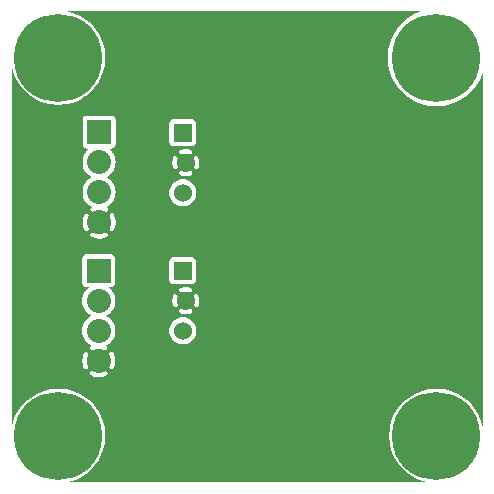
<source format=gbr>
G04 start of page 3 for group 1 idx 1 *
G04 Title: (unknown), solder *
G04 Creator: pcb 20140316 *
G04 CreationDate: Tue 26 Feb 2019 04:37:41 AM GMT UTC *
G04 For: railfan *
G04 Format: Gerber/RS-274X *
G04 PCB-Dimensions (mil): 1600.00 1600.00 *
G04 PCB-Coordinate-Origin: lower left *
%MOIN*%
%FSLAX25Y25*%
%LNBOTTOM*%
%ADD37C,0.0380*%
%ADD36C,0.0480*%
%ADD35C,0.1285*%
%ADD34C,0.0200*%
%ADD33C,0.0360*%
%ADD32C,0.0800*%
%ADD31C,0.0600*%
%ADD30C,0.2937*%
%ADD29C,0.0001*%
G54D29*G36*
X63113Y158500D02*X138236D01*
X137983Y158439D01*
X135630Y157465D01*
X133458Y156134D01*
X131521Y154479D01*
X129866Y152542D01*
X128535Y150370D01*
X127561Y148017D01*
X126966Y145540D01*
X126766Y143000D01*
X126966Y140460D01*
X127561Y137983D01*
X128535Y135630D01*
X129866Y133458D01*
X131521Y131521D01*
X133458Y129866D01*
X135630Y128535D01*
X137983Y127561D01*
X140460Y126966D01*
X143000Y126766D01*
X145540Y126966D01*
X148017Y127561D01*
X150370Y128535D01*
X152542Y129866D01*
X154479Y131521D01*
X156134Y133458D01*
X157465Y135630D01*
X158439Y137983D01*
X158500Y138236D01*
Y19622D01*
X157962Y21862D01*
X157018Y24142D01*
X155728Y26247D01*
X154124Y28124D01*
X152247Y29728D01*
X150142Y31018D01*
X147862Y31962D01*
X145461Y32539D01*
X143000Y32732D01*
X140539Y32539D01*
X138138Y31962D01*
X135858Y31018D01*
X133753Y29728D01*
X131876Y28124D01*
X130272Y26247D01*
X128982Y24142D01*
X128038Y21862D01*
X127461Y19461D01*
X127268Y17000D01*
X127461Y14539D01*
X128038Y12138D01*
X128982Y9858D01*
X130272Y7753D01*
X131876Y5876D01*
X133753Y4272D01*
X135858Y2982D01*
X138138Y2038D01*
X140378Y1500D01*
X63113D01*
Y59853D01*
X63156Y59860D01*
X63268Y59897D01*
X63373Y59952D01*
X63468Y60022D01*
X63551Y60106D01*
X63619Y60202D01*
X63670Y60308D01*
X63818Y60716D01*
X63922Y61137D01*
X63984Y61567D01*
X64005Y62000D01*
X63984Y62433D01*
X63922Y62863D01*
X63818Y63284D01*
X63675Y63694D01*
X63622Y63800D01*
X63553Y63896D01*
X63470Y63981D01*
X63375Y64051D01*
X63269Y64106D01*
X63157Y64143D01*
X63113Y64151D01*
Y105853D01*
X63156Y105860D01*
X63268Y105897D01*
X63373Y105952D01*
X63468Y106022D01*
X63551Y106106D01*
X63619Y106202D01*
X63670Y106308D01*
X63818Y106716D01*
X63922Y107137D01*
X63984Y107567D01*
X64005Y108000D01*
X63984Y108433D01*
X63922Y108863D01*
X63818Y109284D01*
X63675Y109694D01*
X63622Y109800D01*
X63553Y109896D01*
X63470Y109981D01*
X63375Y110051D01*
X63269Y110106D01*
X63157Y110143D01*
X63113Y110151D01*
Y158500D01*
G37*
G36*
X58500D02*X63113D01*
Y110151D01*
X63040Y110163D01*
X62921Y110164D01*
X62804Y110146D01*
X62691Y110110D01*
X62585Y110057D01*
X62488Y109988D01*
X62404Y109905D01*
X62333Y109809D01*
X62279Y109704D01*
X62241Y109592D01*
X62222Y109475D01*
X62221Y109356D01*
X62239Y109239D01*
X62277Y109126D01*
X62376Y108855D01*
X62444Y108575D01*
X62486Y108289D01*
X62500Y108000D01*
X62486Y107711D01*
X62444Y107425D01*
X62376Y107145D01*
X62280Y106872D01*
X62242Y106761D01*
X62225Y106644D01*
X62225Y106526D01*
X62245Y106409D01*
X62282Y106297D01*
X62336Y106193D01*
X62406Y106098D01*
X62491Y106015D01*
X62587Y105946D01*
X62692Y105893D01*
X62805Y105857D01*
X62921Y105840D01*
X63039Y105841D01*
X63113Y105853D01*
Y64151D01*
X63040Y64163D01*
X62921Y64164D01*
X62804Y64146D01*
X62691Y64110D01*
X62585Y64057D01*
X62488Y63988D01*
X62404Y63905D01*
X62333Y63809D01*
X62279Y63704D01*
X62241Y63592D01*
X62222Y63475D01*
X62221Y63356D01*
X62239Y63239D01*
X62277Y63126D01*
X62376Y62855D01*
X62444Y62575D01*
X62486Y62289D01*
X62500Y62000D01*
X62486Y61711D01*
X62444Y61425D01*
X62376Y61145D01*
X62280Y60872D01*
X62242Y60761D01*
X62225Y60644D01*
X62225Y60526D01*
X62245Y60409D01*
X62282Y60297D01*
X62336Y60193D01*
X62406Y60098D01*
X62491Y60015D01*
X62587Y59946D01*
X62692Y59893D01*
X62805Y59857D01*
X62921Y59840D01*
X63039Y59841D01*
X63113Y59853D01*
Y1500D01*
X58500D01*
Y47486D01*
X59206Y47542D01*
X59895Y47707D01*
X60549Y47978D01*
X61153Y48348D01*
X61692Y48808D01*
X62152Y49347D01*
X62522Y49951D01*
X62793Y50605D01*
X62958Y51294D01*
X63000Y52000D01*
X62958Y52706D01*
X62793Y53395D01*
X62522Y54049D01*
X62152Y54653D01*
X61692Y55192D01*
X61153Y55652D01*
X60549Y56022D01*
X59895Y56293D01*
X59206Y56458D01*
X58500Y56514D01*
Y57612D01*
X58637Y57578D01*
X59067Y57516D01*
X59500Y57495D01*
X59933Y57516D01*
X60363Y57578D01*
X60784Y57682D01*
X61194Y57825D01*
X61300Y57878D01*
X61396Y57947D01*
X61481Y58030D01*
X61551Y58125D01*
X61606Y58231D01*
X61643Y58343D01*
X61663Y58460D01*
X61664Y58579D01*
X61646Y58696D01*
X61610Y58809D01*
X61557Y58915D01*
X61488Y59012D01*
X61405Y59096D01*
X61309Y59167D01*
X61204Y59221D01*
X61092Y59259D01*
X60975Y59278D01*
X60856Y59279D01*
X60739Y59261D01*
X60626Y59223D01*
X60355Y59124D01*
X60075Y59056D01*
X59789Y59014D01*
X59500Y59000D01*
X59211Y59014D01*
X58925Y59056D01*
X58645Y59124D01*
X58500Y59175D01*
Y64823D01*
X58645Y64876D01*
X58925Y64944D01*
X59211Y64986D01*
X59500Y65000D01*
X59789Y64986D01*
X60075Y64944D01*
X60355Y64876D01*
X60628Y64780D01*
X60739Y64742D01*
X60856Y64725D01*
X60974Y64725D01*
X61091Y64745D01*
X61203Y64782D01*
X61307Y64836D01*
X61402Y64906D01*
X61485Y64991D01*
X61554Y65087D01*
X61607Y65192D01*
X61643Y65305D01*
X61660Y65421D01*
X61659Y65539D01*
X61640Y65656D01*
X61603Y65768D01*
X61548Y65873D01*
X61478Y65968D01*
X61394Y66051D01*
X61298Y66119D01*
X61192Y66170D01*
X60784Y66318D01*
X60363Y66422D01*
X59933Y66484D01*
X59500Y66505D01*
X59067Y66484D01*
X58637Y66422D01*
X58500Y66388D01*
Y67507D01*
X61735Y67514D01*
X61965Y67569D01*
X62183Y67659D01*
X62384Y67783D01*
X62564Y67936D01*
X62717Y68116D01*
X62841Y68317D01*
X62931Y68535D01*
X62986Y68765D01*
X63000Y69000D01*
X62986Y75235D01*
X62931Y75465D01*
X62841Y75683D01*
X62717Y75884D01*
X62564Y76064D01*
X62384Y76217D01*
X62183Y76341D01*
X61965Y76431D01*
X61735Y76486D01*
X61500Y76500D01*
X58500Y76493D01*
Y93486D01*
X59206Y93542D01*
X59895Y93707D01*
X60549Y93978D01*
X61153Y94348D01*
X61692Y94808D01*
X62152Y95347D01*
X62522Y95951D01*
X62793Y96605D01*
X62958Y97294D01*
X63000Y98000D01*
X62958Y98706D01*
X62793Y99395D01*
X62522Y100049D01*
X62152Y100653D01*
X61692Y101192D01*
X61153Y101652D01*
X60549Y102022D01*
X59895Y102293D01*
X59206Y102458D01*
X58500Y102514D01*
Y103612D01*
X58637Y103578D01*
X59067Y103516D01*
X59500Y103495D01*
X59933Y103516D01*
X60363Y103578D01*
X60784Y103682D01*
X61194Y103825D01*
X61300Y103878D01*
X61396Y103947D01*
X61481Y104030D01*
X61551Y104125D01*
X61606Y104231D01*
X61643Y104343D01*
X61663Y104460D01*
X61664Y104579D01*
X61646Y104696D01*
X61610Y104809D01*
X61557Y104915D01*
X61488Y105012D01*
X61405Y105096D01*
X61309Y105167D01*
X61204Y105221D01*
X61092Y105259D01*
X60975Y105278D01*
X60856Y105279D01*
X60739Y105261D01*
X60626Y105223D01*
X60355Y105124D01*
X60075Y105056D01*
X59789Y105014D01*
X59500Y105000D01*
X59211Y105014D01*
X58925Y105056D01*
X58645Y105124D01*
X58500Y105175D01*
Y110823D01*
X58645Y110876D01*
X58925Y110944D01*
X59211Y110986D01*
X59500Y111000D01*
X59789Y110986D01*
X60075Y110944D01*
X60355Y110876D01*
X60628Y110780D01*
X60739Y110742D01*
X60856Y110725D01*
X60974Y110725D01*
X61091Y110745D01*
X61203Y110782D01*
X61307Y110836D01*
X61402Y110906D01*
X61485Y110991D01*
X61554Y111087D01*
X61607Y111192D01*
X61643Y111305D01*
X61660Y111421D01*
X61659Y111539D01*
X61640Y111656D01*
X61603Y111768D01*
X61548Y111873D01*
X61478Y111968D01*
X61394Y112051D01*
X61298Y112119D01*
X61192Y112170D01*
X60784Y112318D01*
X60363Y112422D01*
X59933Y112484D01*
X59500Y112505D01*
X59067Y112484D01*
X58637Y112422D01*
X58500Y112388D01*
Y113507D01*
X61735Y113514D01*
X61965Y113569D01*
X62183Y113659D01*
X62384Y113783D01*
X62564Y113936D01*
X62717Y114116D01*
X62841Y114317D01*
X62931Y114535D01*
X62986Y114765D01*
X63000Y115000D01*
X62986Y121235D01*
X62931Y121465D01*
X62841Y121683D01*
X62717Y121884D01*
X62564Y122064D01*
X62384Y122217D01*
X62183Y122341D01*
X61965Y122431D01*
X61735Y122486D01*
X61500Y122500D01*
X58500Y122493D01*
Y158500D01*
G37*
G36*
X55887Y48324D02*X56451Y47978D01*
X57105Y47707D01*
X57794Y47542D01*
X58500Y47486D01*
Y1500D01*
X55887D01*
Y48324D01*
G37*
G36*
Y67501D02*X58500Y67507D01*
Y66388D01*
X58216Y66318D01*
X57806Y66175D01*
X57700Y66122D01*
X57604Y66053D01*
X57519Y65970D01*
X57449Y65875D01*
X57394Y65769D01*
X57357Y65657D01*
X57337Y65540D01*
X57336Y65421D01*
X57354Y65304D01*
X57390Y65191D01*
X57443Y65085D01*
X57512Y64988D01*
X57595Y64904D01*
X57691Y64833D01*
X57796Y64779D01*
X57908Y64741D01*
X58025Y64722D01*
X58144Y64721D01*
X58261Y64739D01*
X58374Y64777D01*
X58500Y64823D01*
Y59175D01*
X58372Y59220D01*
X58261Y59258D01*
X58144Y59275D01*
X58026Y59275D01*
X57909Y59255D01*
X57797Y59218D01*
X57693Y59164D01*
X57598Y59094D01*
X57515Y59009D01*
X57446Y58913D01*
X57393Y58808D01*
X57357Y58695D01*
X57340Y58579D01*
X57341Y58461D01*
X57360Y58344D01*
X57397Y58232D01*
X57452Y58127D01*
X57522Y58032D01*
X57606Y57949D01*
X57702Y57881D01*
X57808Y57830D01*
X58216Y57682D01*
X58500Y57612D01*
Y56514D01*
X57794Y56458D01*
X57105Y56293D01*
X56451Y56022D01*
X55887Y55676D01*
Y59849D01*
X55960Y59837D01*
X56079Y59836D01*
X56196Y59854D01*
X56309Y59890D01*
X56415Y59943D01*
X56512Y60012D01*
X56596Y60095D01*
X56667Y60191D01*
X56721Y60296D01*
X56759Y60408D01*
X56778Y60525D01*
X56779Y60644D01*
X56761Y60761D01*
X56723Y60874D01*
X56624Y61145D01*
X56556Y61425D01*
X56514Y61711D01*
X56500Y62000D01*
X56514Y62289D01*
X56556Y62575D01*
X56624Y62855D01*
X56720Y63128D01*
X56758Y63239D01*
X56775Y63356D01*
X56775Y63474D01*
X56755Y63591D01*
X56718Y63703D01*
X56664Y63807D01*
X56594Y63902D01*
X56509Y63985D01*
X56413Y64054D01*
X56308Y64107D01*
X56195Y64143D01*
X56079Y64160D01*
X55961Y64159D01*
X55887Y64147D01*
Y67501D01*
G37*
G36*
Y94324D02*X56451Y93978D01*
X57105Y93707D01*
X57794Y93542D01*
X58500Y93486D01*
Y76493D01*
X55887Y76487D01*
Y94324D01*
G37*
G36*
Y113501D02*X58500Y113507D01*
Y112388D01*
X58216Y112318D01*
X57806Y112175D01*
X57700Y112122D01*
X57604Y112053D01*
X57519Y111970D01*
X57449Y111875D01*
X57394Y111769D01*
X57357Y111657D01*
X57337Y111540D01*
X57336Y111421D01*
X57354Y111304D01*
X57390Y111191D01*
X57443Y111085D01*
X57512Y110988D01*
X57595Y110904D01*
X57691Y110833D01*
X57796Y110779D01*
X57908Y110741D01*
X58025Y110722D01*
X58144Y110721D01*
X58261Y110739D01*
X58374Y110777D01*
X58500Y110823D01*
Y105175D01*
X58372Y105220D01*
X58261Y105258D01*
X58144Y105275D01*
X58026Y105275D01*
X57909Y105255D01*
X57797Y105218D01*
X57693Y105164D01*
X57598Y105094D01*
X57515Y105009D01*
X57446Y104913D01*
X57393Y104808D01*
X57357Y104695D01*
X57340Y104579D01*
X57341Y104461D01*
X57360Y104344D01*
X57397Y104232D01*
X57452Y104127D01*
X57522Y104032D01*
X57606Y103949D01*
X57702Y103881D01*
X57808Y103830D01*
X58216Y103682D01*
X58500Y103612D01*
Y102514D01*
X57794Y102458D01*
X57105Y102293D01*
X56451Y102022D01*
X55887Y101676D01*
Y105849D01*
X55960Y105837D01*
X56079Y105836D01*
X56196Y105854D01*
X56309Y105890D01*
X56415Y105943D01*
X56512Y106012D01*
X56596Y106095D01*
X56667Y106191D01*
X56721Y106296D01*
X56759Y106408D01*
X56778Y106525D01*
X56779Y106644D01*
X56761Y106761D01*
X56723Y106874D01*
X56624Y107145D01*
X56556Y107425D01*
X56514Y107711D01*
X56500Y108000D01*
X56514Y108289D01*
X56556Y108575D01*
X56624Y108855D01*
X56720Y109128D01*
X56758Y109239D01*
X56775Y109356D01*
X56775Y109474D01*
X56755Y109591D01*
X56718Y109703D01*
X56664Y109807D01*
X56594Y109902D01*
X56509Y109985D01*
X56413Y110054D01*
X56308Y110107D01*
X56195Y110143D01*
X56079Y110160D01*
X55961Y110159D01*
X55887Y110147D01*
Y113501D01*
G37*
G36*
Y158500D02*X58500D01*
Y122493D01*
X55887Y122487D01*
Y158500D01*
G37*
G36*
X34993D02*X55887D01*
Y122487D01*
X55265Y122486D01*
X55035Y122431D01*
X54817Y122341D01*
X54616Y122217D01*
X54436Y122064D01*
X54283Y121884D01*
X54159Y121683D01*
X54069Y121465D01*
X54014Y121235D01*
X54000Y121000D01*
X54014Y114765D01*
X54069Y114535D01*
X54159Y114317D01*
X54283Y114116D01*
X54436Y113936D01*
X54616Y113783D01*
X54817Y113659D01*
X55035Y113569D01*
X55265Y113514D01*
X55500Y113500D01*
X55887Y113501D01*
Y110147D01*
X55844Y110140D01*
X55732Y110103D01*
X55627Y110048D01*
X55532Y109978D01*
X55449Y109894D01*
X55381Y109798D01*
X55330Y109692D01*
X55182Y109284D01*
X55078Y108863D01*
X55016Y108433D01*
X54995Y108000D01*
X55016Y107567D01*
X55078Y107137D01*
X55182Y106716D01*
X55325Y106306D01*
X55378Y106200D01*
X55447Y106104D01*
X55530Y106019D01*
X55625Y105949D01*
X55731Y105894D01*
X55843Y105857D01*
X55887Y105849D01*
Y101676D01*
X55847Y101652D01*
X55308Y101192D01*
X54848Y100653D01*
X54478Y100049D01*
X54207Y99395D01*
X54042Y98706D01*
X53986Y98000D01*
X54042Y97294D01*
X54207Y96605D01*
X54478Y95951D01*
X54848Y95347D01*
X55308Y94808D01*
X55847Y94348D01*
X55887Y94324D01*
Y76487D01*
X55265Y76486D01*
X55035Y76431D01*
X54817Y76341D01*
X54616Y76217D01*
X54436Y76064D01*
X54283Y75884D01*
X54159Y75683D01*
X54069Y75465D01*
X54014Y75235D01*
X54000Y75000D01*
X54014Y68765D01*
X54069Y68535D01*
X54159Y68317D01*
X54283Y68116D01*
X54436Y67936D01*
X54616Y67783D01*
X54817Y67659D01*
X55035Y67569D01*
X55265Y67514D01*
X55500Y67500D01*
X55887Y67501D01*
Y64147D01*
X55844Y64140D01*
X55732Y64103D01*
X55627Y64048D01*
X55532Y63978D01*
X55449Y63894D01*
X55381Y63798D01*
X55330Y63692D01*
X55182Y63284D01*
X55078Y62863D01*
X55016Y62433D01*
X54995Y62000D01*
X55016Y61567D01*
X55078Y61137D01*
X55182Y60716D01*
X55325Y60306D01*
X55378Y60200D01*
X55447Y60104D01*
X55530Y60019D01*
X55625Y59949D01*
X55731Y59894D01*
X55843Y59857D01*
X55887Y59849D01*
Y55676D01*
X55847Y55652D01*
X55308Y55192D01*
X54848Y54653D01*
X54478Y54049D01*
X54207Y53395D01*
X54042Y52706D01*
X53986Y52000D01*
X54042Y51294D01*
X54207Y50605D01*
X54478Y49951D01*
X54848Y49347D01*
X55308Y48808D01*
X55847Y48348D01*
X55887Y48324D01*
Y1500D01*
X34993D01*
Y39145D01*
X35078Y39181D01*
X35179Y39243D01*
X35269Y39319D01*
X35345Y39409D01*
X35405Y39511D01*
X35622Y39980D01*
X35789Y40469D01*
X35909Y40972D01*
X35982Y41484D01*
X36006Y42000D01*
X35982Y42516D01*
X35909Y43028D01*
X35789Y43531D01*
X35622Y44020D01*
X35410Y44492D01*
X35349Y44593D01*
X35272Y44684D01*
X35182Y44761D01*
X35080Y44823D01*
X34993Y44860D01*
Y48805D01*
X35416Y49495D01*
X35747Y50295D01*
X35949Y51137D01*
X36000Y52000D01*
X35949Y52863D01*
X35747Y53705D01*
X35416Y54505D01*
X34993Y55195D01*
Y58805D01*
X35416Y59495D01*
X35747Y60295D01*
X35949Y61137D01*
X36000Y62000D01*
X35949Y62863D01*
X35747Y63705D01*
X35416Y64505D01*
X34993Y65195D01*
Y66580D01*
X35183Y66659D01*
X35384Y66783D01*
X35564Y66936D01*
X35717Y67116D01*
X35841Y67317D01*
X35931Y67535D01*
X35986Y67765D01*
X36000Y68000D01*
X35986Y76235D01*
X35931Y76465D01*
X35841Y76683D01*
X35717Y76884D01*
X35564Y77064D01*
X35384Y77217D01*
X35183Y77341D01*
X34993Y77420D01*
Y85317D01*
X35069Y85335D01*
X35178Y85381D01*
X35279Y85443D01*
X35369Y85519D01*
X35445Y85609D01*
X35505Y85711D01*
X35722Y86180D01*
X35889Y86669D01*
X36009Y87172D01*
X36082Y87684D01*
X36106Y88200D01*
X36082Y88716D01*
X36009Y89228D01*
X35889Y89731D01*
X35722Y90220D01*
X35510Y90692D01*
X35449Y90793D01*
X35372Y90884D01*
X35282Y90961D01*
X35180Y91023D01*
X35071Y91069D01*
X34993Y91088D01*
Y94874D01*
X35063Y94957D01*
X35516Y95695D01*
X35847Y96495D01*
X36049Y97337D01*
X36100Y98200D01*
X36049Y99063D01*
X35847Y99905D01*
X35516Y100705D01*
X35063Y101443D01*
X34993Y101526D01*
Y104874D01*
X35063Y104957D01*
X35516Y105695D01*
X35847Y106495D01*
X36049Y107337D01*
X36100Y108200D01*
X36049Y109063D01*
X35847Y109905D01*
X35516Y110705D01*
X35063Y111443D01*
X34993Y111526D01*
Y112752D01*
X35065Y112769D01*
X35283Y112859D01*
X35484Y112983D01*
X35664Y113136D01*
X35817Y113316D01*
X35941Y113517D01*
X36031Y113735D01*
X36086Y113965D01*
X36100Y114200D01*
X36086Y122435D01*
X36031Y122665D01*
X35941Y122883D01*
X35817Y123084D01*
X35664Y123264D01*
X35484Y123417D01*
X35283Y123541D01*
X35065Y123631D01*
X34993Y123648D01*
Y158500D01*
G37*
G36*
Y111526D02*X34501Y112101D01*
X33843Y112663D01*
X33763Y112712D01*
X34835Y112714D01*
X34993Y112752D01*
Y111526D01*
G37*
G36*
Y101526D02*X34501Y102101D01*
X33843Y102663D01*
X33105Y103116D01*
X32901Y103200D01*
X33105Y103284D01*
X33843Y103737D01*
X34501Y104299D01*
X34993Y104874D01*
Y101526D01*
G37*
G36*
Y77420D02*X34965Y77431D01*
X34735Y77486D01*
X34500Y77500D01*
X30492Y77493D01*
Y82699D01*
X30600Y82694D01*
X31116Y82718D01*
X31628Y82791D01*
X32131Y82911D01*
X32620Y83078D01*
X33092Y83290D01*
X33193Y83351D01*
X33284Y83428D01*
X33361Y83518D01*
X33423Y83620D01*
X33469Y83729D01*
X33497Y83845D01*
X33506Y83963D01*
X33497Y84081D01*
X33470Y84197D01*
X33424Y84307D01*
X33362Y84408D01*
X33286Y84498D01*
X33195Y84576D01*
X33094Y84638D01*
X32985Y84684D01*
X32869Y84711D01*
X32751Y84721D01*
X32632Y84712D01*
X32517Y84684D01*
X32408Y84637D01*
X32068Y84479D01*
X31712Y84358D01*
X31347Y84270D01*
X30975Y84218D01*
X30600Y84200D01*
X30492Y84205D01*
Y92195D01*
X30600Y92200D01*
X30975Y92182D01*
X31347Y92130D01*
X31712Y92042D01*
X32068Y91921D01*
X32410Y91767D01*
X32518Y91720D01*
X32633Y91693D01*
X32751Y91683D01*
X32868Y91693D01*
X32983Y91721D01*
X33092Y91766D01*
X33193Y91828D01*
X33282Y91905D01*
X33359Y91995D01*
X33420Y92095D01*
X33465Y92204D01*
X33493Y92319D01*
X33502Y92437D01*
X33492Y92555D01*
X33465Y92669D01*
X33419Y92778D01*
X33357Y92879D01*
X33281Y92969D01*
X33191Y93045D01*
X33089Y93105D01*
X32892Y93196D01*
X33105Y93284D01*
X33843Y93737D01*
X34501Y94299D01*
X34993Y94874D01*
Y91088D01*
X34955Y91097D01*
X34837Y91106D01*
X34719Y91097D01*
X34603Y91070D01*
X34493Y91024D01*
X34392Y90962D01*
X34302Y90886D01*
X34224Y90795D01*
X34162Y90694D01*
X34116Y90585D01*
X34089Y90469D01*
X34079Y90351D01*
X34088Y90232D01*
X34116Y90117D01*
X34163Y90008D01*
X34321Y89668D01*
X34442Y89312D01*
X34530Y88947D01*
X34582Y88575D01*
X34600Y88200D01*
X34582Y87825D01*
X34530Y87453D01*
X34442Y87088D01*
X34321Y86732D01*
X34167Y86390D01*
X34120Y86282D01*
X34093Y86167D01*
X34083Y86049D01*
X34093Y85932D01*
X34121Y85817D01*
X34166Y85708D01*
X34228Y85607D01*
X34305Y85518D01*
X34395Y85441D01*
X34495Y85380D01*
X34604Y85335D01*
X34719Y85307D01*
X34837Y85298D01*
X34955Y85308D01*
X34993Y85317D01*
Y77420D01*
G37*
G36*
Y65195D02*X34963Y65243D01*
X34401Y65901D01*
X33743Y66463D01*
X33663Y66512D01*
X34735Y66514D01*
X34965Y66569D01*
X34993Y66580D01*
Y65195D01*
G37*
G36*
Y55195D02*X34963Y55243D01*
X34401Y55901D01*
X33743Y56463D01*
X33005Y56916D01*
X32801Y57000D01*
X33005Y57084D01*
X33743Y57537D01*
X34401Y58099D01*
X34963Y58757D01*
X34993Y58805D01*
Y55195D01*
G37*
G36*
Y1500D02*X30492D01*
Y8999D01*
X31018Y9858D01*
X31962Y12138D01*
X32539Y14539D01*
X32684Y17000D01*
X32539Y19461D01*
X31962Y21862D01*
X31018Y24142D01*
X30492Y25001D01*
Y36494D01*
X30500Y36494D01*
X31016Y36518D01*
X31528Y36591D01*
X32031Y36711D01*
X32520Y36878D01*
X32992Y37090D01*
X33093Y37151D01*
X33184Y37228D01*
X33261Y37318D01*
X33323Y37420D01*
X33369Y37529D01*
X33397Y37645D01*
X33406Y37763D01*
X33397Y37881D01*
X33370Y37997D01*
X33324Y38107D01*
X33262Y38208D01*
X33186Y38298D01*
X33095Y38376D01*
X32994Y38438D01*
X32885Y38484D01*
X32769Y38511D01*
X32651Y38521D01*
X32532Y38512D01*
X32417Y38484D01*
X32308Y38437D01*
X31968Y38279D01*
X31612Y38158D01*
X31247Y38070D01*
X30875Y38018D01*
X30500Y38000D01*
X30492Y38000D01*
Y46000D01*
X30500Y46000D01*
X30875Y45982D01*
X31247Y45930D01*
X31612Y45842D01*
X31968Y45721D01*
X32310Y45567D01*
X32418Y45520D01*
X32533Y45493D01*
X32651Y45483D01*
X32768Y45493D01*
X32883Y45521D01*
X32992Y45566D01*
X33093Y45628D01*
X33182Y45705D01*
X33259Y45795D01*
X33320Y45895D01*
X33365Y46004D01*
X33393Y46119D01*
X33402Y46237D01*
X33392Y46355D01*
X33365Y46469D01*
X33319Y46578D01*
X33257Y46679D01*
X33181Y46769D01*
X33091Y46845D01*
X32989Y46905D01*
X32792Y46996D01*
X33005Y47084D01*
X33743Y47537D01*
X34401Y48099D01*
X34963Y48757D01*
X34993Y48805D01*
Y44860D01*
X34971Y44869D01*
X34855Y44897D01*
X34737Y44906D01*
X34619Y44897D01*
X34503Y44870D01*
X34393Y44824D01*
X34292Y44762D01*
X34202Y44686D01*
X34124Y44595D01*
X34062Y44494D01*
X34016Y44385D01*
X33989Y44269D01*
X33979Y44151D01*
X33988Y44032D01*
X34016Y43917D01*
X34063Y43808D01*
X34221Y43468D01*
X34342Y43112D01*
X34430Y42747D01*
X34482Y42375D01*
X34500Y42000D01*
X34482Y41625D01*
X34430Y41253D01*
X34342Y40888D01*
X34221Y40532D01*
X34067Y40190D01*
X34020Y40082D01*
X33993Y39967D01*
X33983Y39849D01*
X33993Y39732D01*
X34021Y39617D01*
X34066Y39508D01*
X34128Y39407D01*
X34205Y39318D01*
X34295Y39241D01*
X34395Y39180D01*
X34504Y39135D01*
X34619Y39107D01*
X34737Y39098D01*
X34855Y39108D01*
X34969Y39135D01*
X34993Y39145D01*
Y1500D01*
G37*
G36*
X30492Y158500D02*X34993D01*
Y123648D01*
X34835Y123686D01*
X34600Y123700D01*
X30492Y123693D01*
Y134999D01*
X31018Y135858D01*
X31962Y138138D01*
X32539Y140539D01*
X32684Y143000D01*
X32539Y145461D01*
X31962Y147862D01*
X31018Y150142D01*
X30492Y151001D01*
Y158500D01*
G37*
G36*
X26007Y58805D02*X26037Y58757D01*
X26599Y58099D01*
X27257Y57537D01*
X27995Y57084D01*
X28199Y57000D01*
X27995Y56916D01*
X27257Y56463D01*
X26599Y55901D01*
X26037Y55243D01*
X26007Y55195D01*
Y58805D01*
G37*
G36*
Y66580D02*X26035Y66569D01*
X26265Y66514D01*
X26500Y66500D01*
X27319Y66501D01*
X27257Y66463D01*
X26599Y65901D01*
X26037Y65243D01*
X26007Y65195D01*
Y66580D01*
G37*
G36*
Y95168D02*X26137Y94957D01*
X26699Y94299D01*
X27357Y93737D01*
X28095Y93284D01*
X28304Y93198D01*
X28108Y93110D01*
X28007Y93049D01*
X27916Y92972D01*
X27839Y92882D01*
X27777Y92780D01*
X27731Y92671D01*
X27703Y92555D01*
X27694Y92437D01*
X27703Y92319D01*
X27730Y92203D01*
X27776Y92093D01*
X27838Y91992D01*
X27914Y91902D01*
X28005Y91824D01*
X28106Y91762D01*
X28215Y91716D01*
X28331Y91689D01*
X28449Y91679D01*
X28568Y91688D01*
X28683Y91716D01*
X28792Y91763D01*
X29132Y91921D01*
X29488Y92042D01*
X29853Y92130D01*
X30225Y92182D01*
X30492Y92195D01*
Y84205D01*
X30225Y84218D01*
X29853Y84270D01*
X29488Y84358D01*
X29132Y84479D01*
X28790Y84633D01*
X28682Y84680D01*
X28567Y84707D01*
X28449Y84717D01*
X28332Y84707D01*
X28217Y84679D01*
X28108Y84634D01*
X28007Y84572D01*
X27918Y84495D01*
X27841Y84405D01*
X27780Y84305D01*
X27735Y84196D01*
X27707Y84081D01*
X27698Y83963D01*
X27708Y83845D01*
X27735Y83731D01*
X27781Y83622D01*
X27843Y83521D01*
X27919Y83431D01*
X28009Y83355D01*
X28111Y83295D01*
X28580Y83078D01*
X29069Y82911D01*
X29572Y82791D01*
X30084Y82718D01*
X30492Y82699D01*
Y77493D01*
X26265Y77486D01*
X26035Y77431D01*
X26007Y77420D01*
Y85384D01*
X26020Y85377D01*
X26129Y85331D01*
X26245Y85303D01*
X26363Y85294D01*
X26481Y85303D01*
X26597Y85330D01*
X26707Y85376D01*
X26808Y85438D01*
X26898Y85514D01*
X26976Y85605D01*
X27038Y85706D01*
X27084Y85815D01*
X27111Y85931D01*
X27121Y86049D01*
X27112Y86168D01*
X27084Y86283D01*
X27037Y86392D01*
X26879Y86732D01*
X26758Y87088D01*
X26670Y87453D01*
X26618Y87825D01*
X26600Y88200D01*
X26618Y88575D01*
X26670Y88947D01*
X26758Y89312D01*
X26879Y89668D01*
X27033Y90010D01*
X27080Y90118D01*
X27107Y90233D01*
X27117Y90351D01*
X27107Y90468D01*
X27079Y90583D01*
X27034Y90692D01*
X26972Y90793D01*
X26895Y90882D01*
X26805Y90959D01*
X26705Y91020D01*
X26596Y91065D01*
X26481Y91093D01*
X26363Y91102D01*
X26245Y91092D01*
X26131Y91065D01*
X26022Y91019D01*
X26007Y91011D01*
Y95168D01*
G37*
G36*
Y105168D02*X26137Y104957D01*
X26699Y104299D01*
X27357Y103737D01*
X28095Y103284D01*
X28299Y103200D01*
X28095Y103116D01*
X27357Y102663D01*
X26699Y102101D01*
X26137Y101443D01*
X26007Y101232D01*
Y105168D01*
G37*
G36*
Y112822D02*X26135Y112769D01*
X26365Y112714D01*
X26600Y112700D01*
X27419Y112701D01*
X27357Y112663D01*
X26699Y112101D01*
X26137Y111443D01*
X26007Y111232D01*
Y112822D01*
G37*
G36*
Y130125D02*X26247Y130272D01*
X28124Y131876D01*
X29728Y133753D01*
X30492Y134999D01*
Y123693D01*
X26365Y123686D01*
X26135Y123631D01*
X26007Y123578D01*
Y130125D01*
G37*
G36*
X30492Y25001D02*X29728Y26247D01*
X28124Y28124D01*
X26247Y29728D01*
X26007Y29875D01*
Y39140D01*
X26029Y39131D01*
X26145Y39103D01*
X26263Y39094D01*
X26381Y39103D01*
X26497Y39130D01*
X26607Y39176D01*
X26708Y39238D01*
X26798Y39314D01*
X26876Y39405D01*
X26938Y39506D01*
X26984Y39615D01*
X27011Y39731D01*
X27021Y39849D01*
X27012Y39968D01*
X26984Y40083D01*
X26937Y40192D01*
X26779Y40532D01*
X26658Y40888D01*
X26570Y41253D01*
X26518Y41625D01*
X26500Y42000D01*
X26518Y42375D01*
X26570Y42747D01*
X26658Y43112D01*
X26779Y43468D01*
X26933Y43810D01*
X26980Y43918D01*
X27007Y44033D01*
X27017Y44151D01*
X27007Y44268D01*
X26979Y44383D01*
X26934Y44492D01*
X26872Y44593D01*
X26795Y44682D01*
X26705Y44759D01*
X26605Y44820D01*
X26496Y44865D01*
X26381Y44893D01*
X26263Y44902D01*
X26145Y44892D01*
X26031Y44865D01*
X26007Y44855D01*
Y48805D01*
X26037Y48757D01*
X26599Y48099D01*
X27257Y47537D01*
X27995Y47084D01*
X28204Y46998D01*
X28008Y46910D01*
X27907Y46849D01*
X27816Y46772D01*
X27739Y46682D01*
X27677Y46580D01*
X27631Y46471D01*
X27603Y46355D01*
X27594Y46237D01*
X27603Y46119D01*
X27630Y46003D01*
X27676Y45893D01*
X27738Y45792D01*
X27814Y45702D01*
X27905Y45624D01*
X28006Y45562D01*
X28115Y45516D01*
X28231Y45489D01*
X28349Y45479D01*
X28468Y45488D01*
X28583Y45516D01*
X28692Y45563D01*
X29032Y45721D01*
X29388Y45842D01*
X29753Y45930D01*
X30125Y45982D01*
X30492Y46000D01*
Y38000D01*
X30125Y38018D01*
X29753Y38070D01*
X29388Y38158D01*
X29032Y38279D01*
X28690Y38433D01*
X28582Y38480D01*
X28467Y38507D01*
X28349Y38517D01*
X28232Y38507D01*
X28117Y38479D01*
X28008Y38434D01*
X27907Y38372D01*
X27818Y38295D01*
X27741Y38205D01*
X27680Y38105D01*
X27635Y37996D01*
X27607Y37881D01*
X27598Y37763D01*
X27608Y37645D01*
X27635Y37531D01*
X27681Y37422D01*
X27743Y37321D01*
X27819Y37231D01*
X27909Y37155D01*
X28011Y37095D01*
X28480Y36878D01*
X28969Y36711D01*
X29472Y36591D01*
X29984Y36518D01*
X30492Y36494D01*
Y25001D01*
G37*
G36*
X26007Y29875D02*X24142Y31018D01*
X21862Y31962D01*
X19461Y32539D01*
X17000Y32732D01*
X14539Y32539D01*
X12138Y31962D01*
X9858Y31018D01*
X7753Y29728D01*
X5876Y28124D01*
X4272Y26247D01*
X2982Y24142D01*
X2038Y21862D01*
X1500Y19622D01*
Y140378D01*
X2038Y138138D01*
X2982Y135858D01*
X4272Y133753D01*
X5876Y131876D01*
X7753Y130272D01*
X9858Y128982D01*
X12138Y128038D01*
X14539Y127461D01*
X17000Y127268D01*
X19461Y127461D01*
X21862Y128038D01*
X24142Y128982D01*
X26007Y130125D01*
Y123578D01*
X25917Y123541D01*
X25716Y123417D01*
X25536Y123264D01*
X25383Y123084D01*
X25259Y122883D01*
X25169Y122665D01*
X25114Y122435D01*
X25100Y122200D01*
X25114Y113965D01*
X25169Y113735D01*
X25259Y113517D01*
X25383Y113316D01*
X25536Y113136D01*
X25716Y112983D01*
X25917Y112859D01*
X26007Y112822D01*
Y111232D01*
X25684Y110705D01*
X25353Y109905D01*
X25151Y109063D01*
X25083Y108200D01*
X25151Y107337D01*
X25353Y106495D01*
X25684Y105695D01*
X26007Y105168D01*
Y101232D01*
X25684Y100705D01*
X25353Y99905D01*
X25151Y99063D01*
X25083Y98200D01*
X25151Y97337D01*
X25353Y96495D01*
X25684Y95695D01*
X26007Y95168D01*
Y91011D01*
X25921Y90957D01*
X25831Y90881D01*
X25755Y90791D01*
X25695Y90689D01*
X25478Y90220D01*
X25311Y89731D01*
X25191Y89228D01*
X25118Y88716D01*
X25094Y88200D01*
X25118Y87684D01*
X25191Y87172D01*
X25311Y86669D01*
X25478Y86180D01*
X25690Y85708D01*
X25751Y85607D01*
X25828Y85516D01*
X25918Y85439D01*
X26007Y85384D01*
Y77420D01*
X25817Y77341D01*
X25616Y77217D01*
X25436Y77064D01*
X25283Y76884D01*
X25159Y76683D01*
X25069Y76465D01*
X25014Y76235D01*
X25000Y76000D01*
X25014Y67765D01*
X25069Y67535D01*
X25159Y67317D01*
X25283Y67116D01*
X25436Y66936D01*
X25616Y66783D01*
X25817Y66659D01*
X26007Y66580D01*
Y65195D01*
X25584Y64505D01*
X25253Y63705D01*
X25051Y62863D01*
X24983Y62000D01*
X25051Y61137D01*
X25253Y60295D01*
X25584Y59495D01*
X26007Y58805D01*
Y55195D01*
X25584Y54505D01*
X25253Y53705D01*
X25051Y52863D01*
X24983Y52000D01*
X25051Y51137D01*
X25253Y50295D01*
X25584Y49495D01*
X26007Y48805D01*
Y44855D01*
X25922Y44819D01*
X25821Y44757D01*
X25731Y44681D01*
X25655Y44591D01*
X25595Y44489D01*
X25378Y44020D01*
X25211Y43531D01*
X25091Y43028D01*
X25018Y42516D01*
X24994Y42000D01*
X25018Y41484D01*
X25091Y40972D01*
X25211Y40469D01*
X25378Y39980D01*
X25590Y39508D01*
X25651Y39407D01*
X25728Y39316D01*
X25818Y39239D01*
X25920Y39177D01*
X26007Y39140D01*
Y29875D01*
G37*
G36*
X30492Y1500D02*X19622D01*
X21862Y2038D01*
X24142Y2982D01*
X26247Y4272D01*
X28124Y5876D01*
X29728Y7753D01*
X30492Y8999D01*
Y1500D01*
G37*
G36*
X19622Y158500D02*X30492D01*
Y151001D01*
X29728Y152247D01*
X28124Y154124D01*
X26247Y155728D01*
X24142Y157018D01*
X21862Y157962D01*
X19622Y158500D01*
G37*
G54D30*X143000Y17000D03*
G54D29*G36*
X26500Y76000D02*Y68000D01*
X34500D01*
Y76000D01*
X26500D01*
G37*
G54D30*X17000Y17000D03*
G54D29*G36*
X55500Y75000D02*Y69000D01*
X61500D01*
Y75000D01*
X55500D01*
G37*
G54D31*X59500Y62000D03*
X58500Y52000D03*
G54D32*X30500Y62000D03*
Y52000D03*
Y42000D03*
G54D30*X17000Y143000D03*
G54D29*G36*
X55500Y121000D02*Y115000D01*
X61500D01*
Y121000D01*
X55500D01*
G37*
G54D30*X143000Y143000D03*
G54D31*X59500Y108000D03*
X58500Y98000D03*
G54D29*G36*
X26600Y122200D02*Y114200D01*
X34600D01*
Y122200D01*
X26600D01*
G37*
G54D32*X30600Y108200D03*
Y98200D03*
Y88200D03*
G54D33*X130500Y91500D03*
X135500D03*
X140500D03*
X130500Y45500D03*
X135500D03*
X140500D03*
X86000Y84000D03*
Y79000D03*
X102500Y112000D03*
X76000D03*
X80000Y71000D03*
X110000Y77500D03*
X116000Y71000D03*
G54D34*G54D35*G54D36*G54D35*G54D37*G54D36*G54D35*G54D37*G54D35*G54D37*G54D36*M02*

</source>
